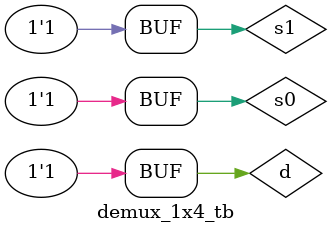
<source format=v>
module demux_1x2 (d,s,y0,y1);
    input d,s;
    output y0,y1;
    wire sBar;
    not(sBar,s);
    and(y0,d,sBar);
    and(y1,d,s);
endmodule

module demux_1x4(d,s0,s1,y0,y1,y2,y3);
    input d,s0,s1;
    output y0,y1,y2,y3;
    wire t0,t1;
    demux_1x2 d0(d,s0,t0,t1);
    demux_1x2 d1(t0,s1,y0,y1);
    demux_1x2 d2(t1,s1,y2,y3);
endmodule

module demux_1x4_tb ();
    reg d,s0,s1;
    wire y0,y1,y2,y3;
    demux_1x4 dut(d,s0,s1,y0,y1,y2,y3);
    initial begin
        d=0; s0=0; s1=0; #10;
        d=1; s0=0; s1=0; #10;
        d=0; s0=0; s1=1; #10;
        d=1; s0=0; s1=1; #10;
        d=0; s0=1; s1=0; #10;
        d=1; s0=1; s1=0; #10;
        d=0; s0=1; s1=1; #10;
        d=1; s0=1; s1=1; #10;
    end
endmodule
</source>
